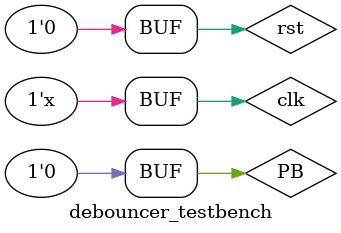
<source format=sv>
`timescale 1ns / 1ps

module debouncer_testbench();
  
    // We need to give values at the inputs, so we define them as registers  
	logic clk, rst, PB;
	logic PB_pressed_status_FSM, PB_pressed_pulse_FSM, PB_released_pulse_FSM;
	logic PB_pressed_status_logic, PB_pressed_pulse_logic, PB_released_pulse_logic;
	
	PB_Debouncer_FSM DUT_FSM(
        .clk                (clk),
        .rst                (rst),
        .PB                 (PB),
        .PB_pressed_status  (PB_pressed_status_FSM),
        .PB_pressed_pulse   (PB_pressed_pulse_FSM),
        .PB_released_pulse  (PB_released_pulse_FSM)
        );
        
    PB_Debouncer_counter DUT_counter(
        .clk                (clk),
        .rst                (rst),
        .PB                 (PB),
        .PB_pressed_status  (PB_pressed_status_logic),
        .PB_pressed_pulse   (PB_pressed_pulse_logic),
        .PB_released_pulse  (PB_released_pulse_logic)
        );
            
	// generate a clock signal that inverts its value every five time units
	always  #1 clk=~clk;
	
	//here we assign values to the inputs
	initial begin
		clk = 1'b0;
		rst = 1'b0;
		PB = 1'b0;
		#60 rst = 1'b1;
        #30 rst = 1'b0;
		#50 PB = 1'b1;
		#100 PB = 1'b0;
		#50 PB = 1'b1;
		#3  PB = 1'b0;
		#20 PB = 1'b1;
		#80 PB = 1'b0;
//PB caotico
		#25 PB = 1'b1;
		#15 PB = 1'b0;
		#7 PB = 1'b1;
		#69 PB = 1'b0;
		#3 PB = 1'b1;
		#3 PB = 1'b0;
		#3 PB = 1'b1;
		#3 PB = 1'b0;
		#3 PB = 1'b1;
		#3 PB = 1'b0;
		#3 PB = 1'b1;
		#3 PB = 1'b0;
		

	end

endmodule
</source>
